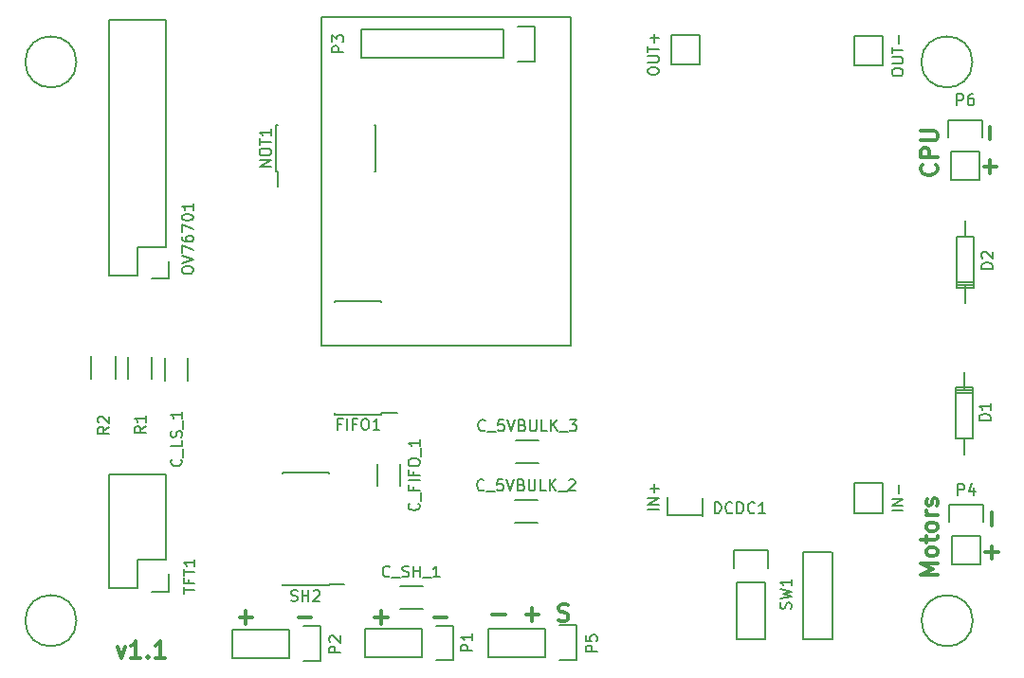
<source format=gto>
G04 #@! TF.FileFunction,Legend,Top*
%FSLAX46Y46*%
G04 Gerber Fmt 4.6, Leading zero omitted, Abs format (unit mm)*
G04 Created by KiCad (PCBNEW 4.0.4-stable) date 11/06/16 00:01:30*
%MOMM*%
%LPD*%
G01*
G04 APERTURE LIST*
%ADD10C,0.100000*%
%ADD11C,0.300000*%
%ADD12C,0.150000*%
G04 APERTURE END LIST*
D10*
D11*
X78019544Y-105367971D02*
X78376687Y-106367971D01*
X78733829Y-105367971D01*
X80090972Y-106367971D02*
X79233829Y-106367971D01*
X79662401Y-106367971D02*
X79662401Y-104867971D01*
X79519544Y-105082257D01*
X79376686Y-105225114D01*
X79233829Y-105296543D01*
X80733829Y-106225114D02*
X80805257Y-106296543D01*
X80733829Y-106367971D01*
X80662400Y-106296543D01*
X80733829Y-106225114D01*
X80733829Y-106367971D01*
X82233829Y-106367971D02*
X81376686Y-106367971D01*
X81805258Y-106367971D02*
X81805258Y-104867971D01*
X81662401Y-105082257D01*
X81519543Y-105225114D01*
X81376686Y-105296543D01*
X111488958Y-102494543D02*
X112631815Y-102494543D01*
X114488958Y-102494543D02*
X115631815Y-102494543D01*
X115060386Y-103065971D02*
X115060386Y-101923114D01*
X117417529Y-102994543D02*
X117631815Y-103065971D01*
X117988958Y-103065971D01*
X118131815Y-102994543D01*
X118203244Y-102923114D01*
X118274672Y-102780257D01*
X118274672Y-102637400D01*
X118203244Y-102494543D01*
X118131815Y-102423114D01*
X117988958Y-102351686D01*
X117703244Y-102280257D01*
X117560386Y-102208829D01*
X117488958Y-102137400D01*
X117417529Y-101994543D01*
X117417529Y-101851686D01*
X117488958Y-101708829D01*
X117560386Y-101637400D01*
X117703244Y-101565971D01*
X118060386Y-101565971D01*
X118274672Y-101637400D01*
X100976515Y-102761243D02*
X102119372Y-102761243D01*
X101547943Y-103332671D02*
X101547943Y-102189814D01*
X106262229Y-102761243D02*
X107405086Y-102761243D01*
X88898815Y-102735843D02*
X90041672Y-102735843D01*
X89470243Y-103307271D02*
X89470243Y-102164414D01*
X94184529Y-102735843D02*
X95327386Y-102735843D01*
X151081514Y-62260028D02*
X151152943Y-62331457D01*
X151224371Y-62545743D01*
X151224371Y-62688600D01*
X151152943Y-62902885D01*
X151010086Y-63045743D01*
X150867229Y-63117171D01*
X150581514Y-63188600D01*
X150367229Y-63188600D01*
X150081514Y-63117171D01*
X149938657Y-63045743D01*
X149795800Y-62902885D01*
X149724371Y-62688600D01*
X149724371Y-62545743D01*
X149795800Y-62331457D01*
X149867229Y-62260028D01*
X151224371Y-61617171D02*
X149724371Y-61617171D01*
X149724371Y-61045743D01*
X149795800Y-60902885D01*
X149867229Y-60831457D01*
X150010086Y-60760028D01*
X150224371Y-60760028D01*
X150367229Y-60831457D01*
X150438657Y-60902885D01*
X150510086Y-61045743D01*
X150510086Y-61617171D01*
X149724371Y-60117171D02*
X150938657Y-60117171D01*
X151081514Y-60045743D01*
X151152943Y-59974314D01*
X151224371Y-59831457D01*
X151224371Y-59545743D01*
X151152943Y-59402885D01*
X151081514Y-59331457D01*
X150938657Y-59260028D01*
X149724371Y-59260028D01*
X151224371Y-98911943D02*
X149724371Y-98911943D01*
X150795800Y-98411943D01*
X149724371Y-97911943D01*
X151224371Y-97911943D01*
X151224371Y-96983371D02*
X151152943Y-97126229D01*
X151081514Y-97197657D01*
X150938657Y-97269086D01*
X150510086Y-97269086D01*
X150367229Y-97197657D01*
X150295800Y-97126229D01*
X150224371Y-96983371D01*
X150224371Y-96769086D01*
X150295800Y-96626229D01*
X150367229Y-96554800D01*
X150510086Y-96483371D01*
X150938657Y-96483371D01*
X151081514Y-96554800D01*
X151152943Y-96626229D01*
X151224371Y-96769086D01*
X151224371Y-96983371D01*
X150224371Y-96054800D02*
X150224371Y-95483371D01*
X149724371Y-95840514D02*
X151010086Y-95840514D01*
X151152943Y-95769086D01*
X151224371Y-95626228D01*
X151224371Y-95483371D01*
X151224371Y-94769085D02*
X151152943Y-94911943D01*
X151081514Y-94983371D01*
X150938657Y-95054800D01*
X150510086Y-95054800D01*
X150367229Y-94983371D01*
X150295800Y-94911943D01*
X150224371Y-94769085D01*
X150224371Y-94554800D01*
X150295800Y-94411943D01*
X150367229Y-94340514D01*
X150510086Y-94269085D01*
X150938657Y-94269085D01*
X151081514Y-94340514D01*
X151152943Y-94411943D01*
X151224371Y-94554800D01*
X151224371Y-94769085D01*
X151224371Y-93626228D02*
X150224371Y-93626228D01*
X150510086Y-93626228D02*
X150367229Y-93554800D01*
X150295800Y-93483371D01*
X150224371Y-93340514D01*
X150224371Y-93197657D01*
X151152943Y-92769086D02*
X151224371Y-92626229D01*
X151224371Y-92340514D01*
X151152943Y-92197657D01*
X151010086Y-92126229D01*
X150938657Y-92126229D01*
X150795800Y-92197657D01*
X150724371Y-92340514D01*
X150724371Y-92554800D01*
X150652943Y-92697657D01*
X150510086Y-92769086D01*
X150438657Y-92769086D01*
X150295800Y-92697657D01*
X150224371Y-92554800D01*
X150224371Y-92340514D01*
X150295800Y-92197657D01*
X156088543Y-97511928D02*
X156088543Y-96369071D01*
X156659971Y-96940500D02*
X155517114Y-96940500D01*
X156088543Y-94511928D02*
X156088543Y-93369071D01*
X155936143Y-63031428D02*
X155936143Y-61888571D01*
X156507571Y-62460000D02*
X155364714Y-62460000D01*
X155936143Y-60031428D02*
X155936143Y-58888571D01*
D12*
X154381200Y-103047800D02*
G75*
G03X154381200Y-103047800I-2286000J0D01*
G01*
X154355800Y-53086000D02*
G75*
G03X154355800Y-53086000I-2286000J0D01*
G01*
X74345800Y-53086000D02*
G75*
G03X74345800Y-53086000I-2286000J0D01*
G01*
X74345800Y-103047800D02*
G75*
G03X74345800Y-103047800I-2286000J0D01*
G01*
X103260000Y-91017600D02*
X103260000Y-89017600D01*
X101210000Y-89017600D02*
X101210000Y-91017600D01*
X84260800Y-81568800D02*
X84260800Y-79568800D01*
X82210800Y-79568800D02*
X82210800Y-81568800D01*
X105241600Y-99965400D02*
X103241600Y-99965400D01*
X103241600Y-102015400D02*
X105241600Y-102015400D01*
X153621740Y-86766920D02*
X153621740Y-88163920D01*
X153621740Y-82321920D02*
X153621740Y-80797920D01*
X154383740Y-82702920D02*
X152859740Y-82702920D01*
X154383740Y-82448920D02*
X152859740Y-82448920D01*
X153621740Y-82194920D02*
X152859740Y-82194920D01*
X152859740Y-82194920D02*
X152859740Y-86766920D01*
X152859740Y-86766920D02*
X154383740Y-86766920D01*
X154383740Y-86766920D02*
X154383740Y-82194920D01*
X154383740Y-82194920D02*
X153621740Y-82194920D01*
X153743660Y-68706480D02*
X153743660Y-67309480D01*
X153743660Y-73151480D02*
X153743660Y-74675480D01*
X152981660Y-72770480D02*
X154505660Y-72770480D01*
X152981660Y-73024480D02*
X154505660Y-73024480D01*
X153743660Y-73278480D02*
X154505660Y-73278480D01*
X154505660Y-73278480D02*
X154505660Y-68706480D01*
X154505660Y-68706480D02*
X152981660Y-68706480D01*
X152981660Y-68706480D02*
X152981660Y-73278480D01*
X152981660Y-73278480D02*
X153743660Y-73278480D01*
X143836000Y-50747200D02*
X143836000Y-53427200D01*
X143836000Y-53427200D02*
X146376000Y-53427200D01*
X146376000Y-53427200D02*
X146376000Y-50747200D01*
X146376000Y-50747200D02*
X143836000Y-50747200D01*
X129976000Y-50647200D02*
X127436000Y-50647200D01*
X129976000Y-53327200D02*
X129976000Y-50647200D01*
X127436000Y-53327200D02*
X129976000Y-53327200D01*
X127436000Y-50647200D02*
X127436000Y-53327200D01*
X143836000Y-90747200D02*
X143836000Y-93427200D01*
X143836000Y-93427200D02*
X146376000Y-93427200D01*
X146376000Y-93427200D02*
X146376000Y-90747200D01*
X146376000Y-90747200D02*
X143836000Y-90747200D01*
X130256000Y-92127200D02*
X130256000Y-93677200D01*
X127156000Y-93577200D02*
X127156000Y-92027200D01*
X127156000Y-93627200D02*
X130256000Y-93627200D01*
X101592200Y-84602400D02*
X101592200Y-84497400D01*
X97442200Y-84602400D02*
X97442200Y-84497400D01*
X97442200Y-74452400D02*
X97442200Y-74557400D01*
X101592200Y-74452400D02*
X101592200Y-74557400D01*
X101592200Y-84602400D02*
X97442200Y-84602400D01*
X101592200Y-74452400D02*
X97442200Y-74452400D01*
X101592200Y-84497400D02*
X102967200Y-84497400D01*
X77266800Y-49301400D02*
X77266800Y-72161400D01*
X82346800Y-69621400D02*
X82346800Y-49301400D01*
X77266800Y-49301400D02*
X82346800Y-49301400D01*
X77266800Y-72161400D02*
X79806800Y-72161400D01*
X81076800Y-72441400D02*
X82626800Y-72441400D01*
X79806800Y-72161400D02*
X79806800Y-69621400D01*
X79806800Y-69621400D02*
X82346800Y-69621400D01*
X82626800Y-72441400D02*
X82626800Y-70891400D01*
X105181400Y-103759000D02*
X100101400Y-103759000D01*
X100101400Y-103759000D02*
X100101400Y-106299000D01*
X100101400Y-106299000D02*
X105181400Y-106299000D01*
X108001400Y-106579000D02*
X106451400Y-106579000D01*
X105181400Y-106299000D02*
X105181400Y-103759000D01*
X106451400Y-103479000D02*
X108001400Y-103479000D01*
X108001400Y-103479000D02*
X108001400Y-106579000D01*
X93306900Y-103835200D02*
X88226900Y-103835200D01*
X88226900Y-103835200D02*
X88226900Y-106375200D01*
X88226900Y-106375200D02*
X93306900Y-106375200D01*
X96126900Y-106655200D02*
X94576900Y-106655200D01*
X93306900Y-106375200D02*
X93306900Y-103835200D01*
X94576900Y-103555200D02*
X96126900Y-103555200D01*
X96126900Y-103555200D02*
X96126900Y-106655200D01*
X118515800Y-49185800D02*
X118515800Y-78485800D01*
X118515800Y-78485800D02*
X96215800Y-78485800D01*
X96215800Y-78485800D02*
X96215800Y-49085800D01*
X96215800Y-49085800D02*
X118515800Y-49085800D01*
X112445800Y-52755800D02*
X99745800Y-52755800D01*
X99745800Y-52755800D02*
X99745800Y-50215800D01*
X99745800Y-50215800D02*
X112445800Y-50215800D01*
X115265800Y-53035800D02*
X113715800Y-53035800D01*
X112445800Y-52755800D02*
X112445800Y-50215800D01*
X113715800Y-49935800D02*
X115265800Y-49935800D01*
X115265800Y-49935800D02*
X115265800Y-53035800D01*
X155067000Y-95504000D02*
X155067000Y-98044000D01*
X155347000Y-92684000D02*
X155347000Y-94234000D01*
X155067000Y-95504000D02*
X152527000Y-95504000D01*
X152247000Y-94234000D02*
X152247000Y-92684000D01*
X152247000Y-92684000D02*
X155347000Y-92684000D01*
X152527000Y-95504000D02*
X152527000Y-98044000D01*
X152527000Y-98044000D02*
X155067000Y-98044000D01*
X116179600Y-103733600D02*
X111099600Y-103733600D01*
X111099600Y-103733600D02*
X111099600Y-106273600D01*
X111099600Y-106273600D02*
X116179600Y-106273600D01*
X118999600Y-106553600D02*
X117449600Y-106553600D01*
X116179600Y-106273600D02*
X116179600Y-103733600D01*
X117449600Y-103453600D02*
X118999600Y-103453600D01*
X118999600Y-103453600D02*
X118999600Y-106553600D01*
X154990800Y-61112400D02*
X154990800Y-63652400D01*
X155270800Y-58292400D02*
X155270800Y-59842400D01*
X154990800Y-61112400D02*
X152450800Y-61112400D01*
X152170800Y-59842400D02*
X152170800Y-58292400D01*
X152170800Y-58292400D02*
X155270800Y-58292400D01*
X152450800Y-61112400D02*
X152450800Y-63652400D01*
X152450800Y-63652400D02*
X154990800Y-63652400D01*
X81085000Y-79441800D02*
X81085000Y-81441800D01*
X78935000Y-81441800D02*
X78935000Y-79441800D01*
X77833800Y-79416400D02*
X77833800Y-81416400D01*
X75683800Y-81416400D02*
X75683800Y-79416400D01*
X96867800Y-99918600D02*
X96867800Y-99813600D01*
X92717800Y-99918600D02*
X92717800Y-99813600D01*
X92717800Y-89768600D02*
X92717800Y-89873600D01*
X96867800Y-89768600D02*
X96867800Y-89873600D01*
X96867800Y-99918600D02*
X92717800Y-99918600D01*
X96867800Y-89768600D02*
X92717800Y-89768600D01*
X96867800Y-99813600D02*
X98242800Y-99813600D01*
X141821800Y-96895000D02*
X141821800Y-104675000D01*
X133041800Y-96775000D02*
X136141800Y-96775000D01*
X133041800Y-98325000D02*
X133041800Y-96775000D01*
X135861800Y-99595000D02*
X133321800Y-99595000D01*
X136141800Y-96775000D02*
X136141800Y-98325000D01*
X135861800Y-104675000D02*
X135861800Y-99595000D01*
X133321800Y-104675000D02*
X135861800Y-104675000D01*
X133321800Y-99595000D02*
X133321800Y-104675000D01*
X139221800Y-96895000D02*
X139221800Y-104675000D01*
X139221800Y-104675000D02*
X141761800Y-104675000D01*
X141761800Y-96895000D02*
X139221800Y-96895000D01*
X82321400Y-97612200D02*
X82321400Y-89992200D01*
X82321400Y-89992200D02*
X77241400Y-89992200D01*
X77241400Y-89992200D02*
X77241400Y-100152200D01*
X77241400Y-100152200D02*
X79781400Y-100152200D01*
X81051400Y-100432200D02*
X82601400Y-100432200D01*
X79781400Y-100152200D02*
X79781400Y-97612200D01*
X79781400Y-97612200D02*
X82321400Y-97612200D01*
X82601400Y-100432200D02*
X82601400Y-98882200D01*
X92171600Y-62882600D02*
X92286600Y-62882600D01*
X92171600Y-58732600D02*
X92286600Y-58732600D01*
X101071600Y-58732600D02*
X100956600Y-58732600D01*
X101071600Y-62882600D02*
X100956600Y-62882600D01*
X92171600Y-62882600D02*
X92171600Y-58732600D01*
X101071600Y-62882600D02*
X101071600Y-58732600D01*
X92286600Y-62882600D02*
X92286600Y-64257600D01*
X115503200Y-92243800D02*
X113503200Y-92243800D01*
X113503200Y-94293800D02*
X115503200Y-94293800D01*
X115604800Y-86909800D02*
X113604800Y-86909800D01*
X113604800Y-88959800D02*
X115604800Y-88959800D01*
X104892143Y-92565219D02*
X104939762Y-92612838D01*
X104987381Y-92755695D01*
X104987381Y-92850933D01*
X104939762Y-92993791D01*
X104844524Y-93089029D01*
X104749286Y-93136648D01*
X104558810Y-93184267D01*
X104415952Y-93184267D01*
X104225476Y-93136648D01*
X104130238Y-93089029D01*
X104035000Y-92993791D01*
X103987381Y-92850933D01*
X103987381Y-92755695D01*
X104035000Y-92612838D01*
X104082619Y-92565219D01*
X105082619Y-92374743D02*
X105082619Y-91612838D01*
X104463571Y-91041409D02*
X104463571Y-91374743D01*
X104987381Y-91374743D02*
X103987381Y-91374743D01*
X103987381Y-90898552D01*
X104987381Y-90517600D02*
X103987381Y-90517600D01*
X104463571Y-89708076D02*
X104463571Y-90041410D01*
X104987381Y-90041410D02*
X103987381Y-90041410D01*
X103987381Y-89565219D01*
X103987381Y-88993791D02*
X103987381Y-88803314D01*
X104035000Y-88708076D01*
X104130238Y-88612838D01*
X104320714Y-88565219D01*
X104654048Y-88565219D01*
X104844524Y-88612838D01*
X104939762Y-88708076D01*
X104987381Y-88803314D01*
X104987381Y-88993791D01*
X104939762Y-89089029D01*
X104844524Y-89184267D01*
X104654048Y-89231886D01*
X104320714Y-89231886D01*
X104130238Y-89184267D01*
X104035000Y-89089029D01*
X103987381Y-88993791D01*
X105082619Y-88374743D02*
X105082619Y-87612838D01*
X104987381Y-86850933D02*
X104987381Y-87422362D01*
X104987381Y-87136648D02*
X103987381Y-87136648D01*
X104130238Y-87231886D01*
X104225476Y-87327124D01*
X104273095Y-87422362D01*
X83669143Y-88614024D02*
X83716762Y-88661643D01*
X83764381Y-88804500D01*
X83764381Y-88899738D01*
X83716762Y-89042596D01*
X83621524Y-89137834D01*
X83526286Y-89185453D01*
X83335810Y-89233072D01*
X83192952Y-89233072D01*
X83002476Y-89185453D01*
X82907238Y-89137834D01*
X82812000Y-89042596D01*
X82764381Y-88899738D01*
X82764381Y-88804500D01*
X82812000Y-88661643D01*
X82859619Y-88614024D01*
X83859619Y-88423548D02*
X83859619Y-87661643D01*
X83764381Y-86947357D02*
X83764381Y-87423548D01*
X82764381Y-87423548D01*
X83716762Y-86661643D02*
X83764381Y-86518786D01*
X83764381Y-86280690D01*
X83716762Y-86185452D01*
X83669143Y-86137833D01*
X83573905Y-86090214D01*
X83478667Y-86090214D01*
X83383429Y-86137833D01*
X83335810Y-86185452D01*
X83288190Y-86280690D01*
X83240571Y-86471167D01*
X83192952Y-86566405D01*
X83145333Y-86614024D01*
X83050095Y-86661643D01*
X82954857Y-86661643D01*
X82859619Y-86614024D01*
X82812000Y-86566405D01*
X82764381Y-86471167D01*
X82764381Y-86233071D01*
X82812000Y-86090214D01*
X83859619Y-85899738D02*
X83859619Y-85137833D01*
X83764381Y-84375928D02*
X83764381Y-84947357D01*
X83764381Y-84661643D02*
X82764381Y-84661643D01*
X82907238Y-84756881D01*
X83002476Y-84852119D01*
X83050095Y-84947357D01*
X102313029Y-99047543D02*
X102265410Y-99095162D01*
X102122553Y-99142781D01*
X102027315Y-99142781D01*
X101884457Y-99095162D01*
X101789219Y-98999924D01*
X101741600Y-98904686D01*
X101693981Y-98714210D01*
X101693981Y-98571352D01*
X101741600Y-98380876D01*
X101789219Y-98285638D01*
X101884457Y-98190400D01*
X102027315Y-98142781D01*
X102122553Y-98142781D01*
X102265410Y-98190400D01*
X102313029Y-98238019D01*
X102503505Y-99238019D02*
X103265410Y-99238019D01*
X103455886Y-99095162D02*
X103598743Y-99142781D01*
X103836839Y-99142781D01*
X103932077Y-99095162D01*
X103979696Y-99047543D01*
X104027315Y-98952305D01*
X104027315Y-98857067D01*
X103979696Y-98761829D01*
X103932077Y-98714210D01*
X103836839Y-98666590D01*
X103646362Y-98618971D01*
X103551124Y-98571352D01*
X103503505Y-98523733D01*
X103455886Y-98428495D01*
X103455886Y-98333257D01*
X103503505Y-98238019D01*
X103551124Y-98190400D01*
X103646362Y-98142781D01*
X103884458Y-98142781D01*
X104027315Y-98190400D01*
X104455886Y-99142781D02*
X104455886Y-98142781D01*
X104455886Y-98618971D02*
X105027315Y-98618971D01*
X105027315Y-99142781D02*
X105027315Y-98142781D01*
X105265410Y-99238019D02*
X106027315Y-99238019D01*
X106789220Y-99142781D02*
X106217791Y-99142781D01*
X106503505Y-99142781D02*
X106503505Y-98142781D01*
X106408267Y-98285638D01*
X106313029Y-98380876D01*
X106217791Y-98428495D01*
X155963881Y-85129595D02*
X154963881Y-85129595D01*
X154963881Y-84891500D01*
X155011500Y-84748642D01*
X155106738Y-84653404D01*
X155201976Y-84605785D01*
X155392452Y-84558166D01*
X155535310Y-84558166D01*
X155725786Y-84605785D01*
X155821024Y-84653404D01*
X155916262Y-84748642D01*
X155963881Y-84891500D01*
X155963881Y-85129595D01*
X155963881Y-83605785D02*
X155963881Y-84177214D01*
X155963881Y-83891500D02*
X154963881Y-83891500D01*
X155106738Y-83986738D01*
X155201976Y-84081976D01*
X155249595Y-84177214D01*
X156167081Y-71591395D02*
X155167081Y-71591395D01*
X155167081Y-71353300D01*
X155214700Y-71210442D01*
X155309938Y-71115204D01*
X155405176Y-71067585D01*
X155595652Y-71019966D01*
X155738510Y-71019966D01*
X155928986Y-71067585D01*
X156024224Y-71115204D01*
X156119462Y-71210442D01*
X156167081Y-71353300D01*
X156167081Y-71591395D01*
X155262319Y-70639014D02*
X155214700Y-70591395D01*
X155167081Y-70496157D01*
X155167081Y-70258061D01*
X155214700Y-70162823D01*
X155262319Y-70115204D01*
X155357557Y-70067585D01*
X155452795Y-70067585D01*
X155595652Y-70115204D01*
X156167081Y-70686633D01*
X156167081Y-70067585D01*
X131340505Y-93454481D02*
X131340505Y-92454481D01*
X131578600Y-92454481D01*
X131721458Y-92502100D01*
X131816696Y-92597338D01*
X131864315Y-92692576D01*
X131911934Y-92883052D01*
X131911934Y-93025910D01*
X131864315Y-93216386D01*
X131816696Y-93311624D01*
X131721458Y-93406862D01*
X131578600Y-93454481D01*
X131340505Y-93454481D01*
X132911934Y-93359243D02*
X132864315Y-93406862D01*
X132721458Y-93454481D01*
X132626220Y-93454481D01*
X132483362Y-93406862D01*
X132388124Y-93311624D01*
X132340505Y-93216386D01*
X132292886Y-93025910D01*
X132292886Y-92883052D01*
X132340505Y-92692576D01*
X132388124Y-92597338D01*
X132483362Y-92502100D01*
X132626220Y-92454481D01*
X132721458Y-92454481D01*
X132864315Y-92502100D01*
X132911934Y-92549719D01*
X133340505Y-93454481D02*
X133340505Y-92454481D01*
X133578600Y-92454481D01*
X133721458Y-92502100D01*
X133816696Y-92597338D01*
X133864315Y-92692576D01*
X133911934Y-92883052D01*
X133911934Y-93025910D01*
X133864315Y-93216386D01*
X133816696Y-93311624D01*
X133721458Y-93406862D01*
X133578600Y-93454481D01*
X133340505Y-93454481D01*
X134911934Y-93359243D02*
X134864315Y-93406862D01*
X134721458Y-93454481D01*
X134626220Y-93454481D01*
X134483362Y-93406862D01*
X134388124Y-93311624D01*
X134340505Y-93216386D01*
X134292886Y-93025910D01*
X134292886Y-92883052D01*
X134340505Y-92692576D01*
X134388124Y-92597338D01*
X134483362Y-92502100D01*
X134626220Y-92454481D01*
X134721458Y-92454481D01*
X134864315Y-92502100D01*
X134911934Y-92549719D01*
X135864315Y-93454481D02*
X135292886Y-93454481D01*
X135578600Y-93454481D02*
X135578600Y-92454481D01*
X135483362Y-92597338D01*
X135388124Y-92692576D01*
X135292886Y-92740195D01*
X147158381Y-54096248D02*
X147158381Y-53905771D01*
X147206000Y-53810533D01*
X147301238Y-53715295D01*
X147491714Y-53667676D01*
X147825048Y-53667676D01*
X148015524Y-53715295D01*
X148110762Y-53810533D01*
X148158381Y-53905771D01*
X148158381Y-54096248D01*
X148110762Y-54191486D01*
X148015524Y-54286724D01*
X147825048Y-54334343D01*
X147491714Y-54334343D01*
X147301238Y-54286724D01*
X147206000Y-54191486D01*
X147158381Y-54096248D01*
X147158381Y-53239105D02*
X147967905Y-53239105D01*
X148063143Y-53191486D01*
X148110762Y-53143867D01*
X148158381Y-53048629D01*
X148158381Y-52858152D01*
X148110762Y-52762914D01*
X148063143Y-52715295D01*
X147967905Y-52667676D01*
X147158381Y-52667676D01*
X147158381Y-52334343D02*
X147158381Y-51762914D01*
X148158381Y-52048629D02*
X147158381Y-52048629D01*
X147777429Y-51429581D02*
X147777429Y-50667676D01*
X125358381Y-53996248D02*
X125358381Y-53805771D01*
X125406000Y-53710533D01*
X125501238Y-53615295D01*
X125691714Y-53567676D01*
X126025048Y-53567676D01*
X126215524Y-53615295D01*
X126310762Y-53710533D01*
X126358381Y-53805771D01*
X126358381Y-53996248D01*
X126310762Y-54091486D01*
X126215524Y-54186724D01*
X126025048Y-54234343D01*
X125691714Y-54234343D01*
X125501238Y-54186724D01*
X125406000Y-54091486D01*
X125358381Y-53996248D01*
X125358381Y-53139105D02*
X126167905Y-53139105D01*
X126263143Y-53091486D01*
X126310762Y-53043867D01*
X126358381Y-52948629D01*
X126358381Y-52758152D01*
X126310762Y-52662914D01*
X126263143Y-52615295D01*
X126167905Y-52567676D01*
X125358381Y-52567676D01*
X125358381Y-52234343D02*
X125358381Y-51662914D01*
X126358381Y-51948629D02*
X125358381Y-51948629D01*
X125977429Y-51329581D02*
X125977429Y-50567676D01*
X126358381Y-50948628D02*
X125596476Y-50948628D01*
X148158381Y-93220057D02*
X147158381Y-93220057D01*
X148158381Y-92743867D02*
X147158381Y-92743867D01*
X148158381Y-92172438D01*
X147158381Y-92172438D01*
X147777429Y-91696248D02*
X147777429Y-90934343D01*
X126358381Y-93120057D02*
X125358381Y-93120057D01*
X126358381Y-92643867D02*
X125358381Y-92643867D01*
X126358381Y-92072438D01*
X125358381Y-92072438D01*
X125977429Y-91596248D02*
X125977429Y-90834343D01*
X126358381Y-91215295D02*
X125596476Y-91215295D01*
X97993391Y-85455971D02*
X97660057Y-85455971D01*
X97660057Y-85979781D02*
X97660057Y-84979781D01*
X98136248Y-84979781D01*
X98517200Y-85979781D02*
X98517200Y-84979781D01*
X99326724Y-85455971D02*
X98993390Y-85455971D01*
X98993390Y-85979781D02*
X98993390Y-84979781D01*
X99469581Y-84979781D01*
X100041009Y-84979781D02*
X100231486Y-84979781D01*
X100326724Y-85027400D01*
X100421962Y-85122638D01*
X100469581Y-85313114D01*
X100469581Y-85646448D01*
X100421962Y-85836924D01*
X100326724Y-85932162D01*
X100231486Y-85979781D01*
X100041009Y-85979781D01*
X99945771Y-85932162D01*
X99850533Y-85836924D01*
X99802914Y-85646448D01*
X99802914Y-85313114D01*
X99850533Y-85122638D01*
X99945771Y-85027400D01*
X100041009Y-84979781D01*
X101421962Y-85979781D02*
X100850533Y-85979781D01*
X101136247Y-85979781D02*
X101136247Y-84979781D01*
X101041009Y-85122638D01*
X100945771Y-85217876D01*
X100850533Y-85265495D01*
X83767681Y-71789562D02*
X83767681Y-71599085D01*
X83815300Y-71503847D01*
X83910538Y-71408609D01*
X84101014Y-71360990D01*
X84434348Y-71360990D01*
X84624824Y-71408609D01*
X84720062Y-71503847D01*
X84767681Y-71599085D01*
X84767681Y-71789562D01*
X84720062Y-71884800D01*
X84624824Y-71980038D01*
X84434348Y-72027657D01*
X84101014Y-72027657D01*
X83910538Y-71980038D01*
X83815300Y-71884800D01*
X83767681Y-71789562D01*
X83767681Y-71075276D02*
X84767681Y-70741943D01*
X83767681Y-70408609D01*
X83767681Y-70170514D02*
X83767681Y-69503847D01*
X84767681Y-69932419D01*
X83767681Y-68694323D02*
X83767681Y-68884800D01*
X83815300Y-68980038D01*
X83862919Y-69027657D01*
X84005776Y-69122895D01*
X84196252Y-69170514D01*
X84577205Y-69170514D01*
X84672443Y-69122895D01*
X84720062Y-69075276D01*
X84767681Y-68980038D01*
X84767681Y-68789561D01*
X84720062Y-68694323D01*
X84672443Y-68646704D01*
X84577205Y-68599085D01*
X84339110Y-68599085D01*
X84243871Y-68646704D01*
X84196252Y-68694323D01*
X84148633Y-68789561D01*
X84148633Y-68980038D01*
X84196252Y-69075276D01*
X84243871Y-69122895D01*
X84339110Y-69170514D01*
X83767681Y-68265752D02*
X83767681Y-67599085D01*
X84767681Y-68027657D01*
X83767681Y-67027657D02*
X83767681Y-66932418D01*
X83815300Y-66837180D01*
X83862919Y-66789561D01*
X83958157Y-66741942D01*
X84148633Y-66694323D01*
X84386729Y-66694323D01*
X84577205Y-66741942D01*
X84672443Y-66789561D01*
X84720062Y-66837180D01*
X84767681Y-66932418D01*
X84767681Y-67027657D01*
X84720062Y-67122895D01*
X84672443Y-67170514D01*
X84577205Y-67218133D01*
X84386729Y-67265752D01*
X84148633Y-67265752D01*
X83958157Y-67218133D01*
X83862919Y-67170514D01*
X83815300Y-67122895D01*
X83767681Y-67027657D01*
X84767681Y-65741942D02*
X84767681Y-66313371D01*
X84767681Y-66027657D02*
X83767681Y-66027657D01*
X83910538Y-66122895D01*
X84005776Y-66218133D01*
X84053395Y-66313371D01*
X109697781Y-105754395D02*
X108697781Y-105754395D01*
X108697781Y-105373442D01*
X108745400Y-105278204D01*
X108793019Y-105230585D01*
X108888257Y-105182966D01*
X109031114Y-105182966D01*
X109126352Y-105230585D01*
X109173971Y-105278204D01*
X109221590Y-105373442D01*
X109221590Y-105754395D01*
X109697781Y-104230585D02*
X109697781Y-104802014D01*
X109697781Y-104516300D02*
X108697781Y-104516300D01*
X108840638Y-104611538D01*
X108935876Y-104706776D01*
X108983495Y-104802014D01*
X97912181Y-105919495D02*
X96912181Y-105919495D01*
X96912181Y-105538542D01*
X96959800Y-105443304D01*
X97007419Y-105395685D01*
X97102657Y-105348066D01*
X97245514Y-105348066D01*
X97340752Y-105395685D01*
X97388371Y-105443304D01*
X97435990Y-105538542D01*
X97435990Y-105919495D01*
X97007419Y-104967114D02*
X96959800Y-104919495D01*
X96912181Y-104824257D01*
X96912181Y-104586161D01*
X96959800Y-104490923D01*
X97007419Y-104443304D01*
X97102657Y-104395685D01*
X97197895Y-104395685D01*
X97340752Y-104443304D01*
X97912181Y-105014733D01*
X97912181Y-104395685D01*
X98191581Y-52211195D02*
X97191581Y-52211195D01*
X97191581Y-51830242D01*
X97239200Y-51735004D01*
X97286819Y-51687385D01*
X97382057Y-51639766D01*
X97524914Y-51639766D01*
X97620152Y-51687385D01*
X97667771Y-51735004D01*
X97715390Y-51830242D01*
X97715390Y-52211195D01*
X97191581Y-51306433D02*
X97191581Y-50687385D01*
X97572533Y-51020719D01*
X97572533Y-50877861D01*
X97620152Y-50782623D01*
X97667771Y-50735004D01*
X97763010Y-50687385D01*
X98001105Y-50687385D01*
X98096343Y-50735004D01*
X98143962Y-50782623D01*
X98191581Y-50877861D01*
X98191581Y-51163576D01*
X98143962Y-51258814D01*
X98096343Y-51306433D01*
X153071605Y-91816181D02*
X153071605Y-90816181D01*
X153452558Y-90816181D01*
X153547796Y-90863800D01*
X153595415Y-90911419D01*
X153643034Y-91006657D01*
X153643034Y-91149514D01*
X153595415Y-91244752D01*
X153547796Y-91292371D01*
X153452558Y-91339990D01*
X153071605Y-91339990D01*
X154500177Y-91149514D02*
X154500177Y-91816181D01*
X154262081Y-90768562D02*
X154023986Y-91482848D01*
X154643034Y-91482848D01*
X120835681Y-105843295D02*
X119835681Y-105843295D01*
X119835681Y-105462342D01*
X119883300Y-105367104D01*
X119930919Y-105319485D01*
X120026157Y-105271866D01*
X120169014Y-105271866D01*
X120264252Y-105319485D01*
X120311871Y-105367104D01*
X120359490Y-105462342D01*
X120359490Y-105843295D01*
X119835681Y-104367104D02*
X119835681Y-104843295D01*
X120311871Y-104890914D01*
X120264252Y-104843295D01*
X120216633Y-104748057D01*
X120216633Y-104509961D01*
X120264252Y-104414723D01*
X120311871Y-104367104D01*
X120407110Y-104319485D01*
X120645205Y-104319485D01*
X120740443Y-104367104D01*
X120788062Y-104414723D01*
X120835681Y-104509961D01*
X120835681Y-104748057D01*
X120788062Y-104843295D01*
X120740443Y-104890914D01*
X152982705Y-56967381D02*
X152982705Y-55967381D01*
X153363658Y-55967381D01*
X153458896Y-56015000D01*
X153506515Y-56062619D01*
X153554134Y-56157857D01*
X153554134Y-56300714D01*
X153506515Y-56395952D01*
X153458896Y-56443571D01*
X153363658Y-56491190D01*
X152982705Y-56491190D01*
X154411277Y-55967381D02*
X154220800Y-55967381D01*
X154125562Y-56015000D01*
X154077943Y-56062619D01*
X153982705Y-56205476D01*
X153935086Y-56395952D01*
X153935086Y-56776905D01*
X153982705Y-56872143D01*
X154030324Y-56919762D01*
X154125562Y-56967381D01*
X154316039Y-56967381D01*
X154411277Y-56919762D01*
X154458896Y-56872143D01*
X154506515Y-56776905D01*
X154506515Y-56538810D01*
X154458896Y-56443571D01*
X154411277Y-56395952D01*
X154316039Y-56348333D01*
X154125562Y-56348333D01*
X154030324Y-56395952D01*
X153982705Y-56443571D01*
X153935086Y-56538810D01*
X80538581Y-85663066D02*
X80062390Y-85996400D01*
X80538581Y-86234495D02*
X79538581Y-86234495D01*
X79538581Y-85853542D01*
X79586200Y-85758304D01*
X79633819Y-85710685D01*
X79729057Y-85663066D01*
X79871914Y-85663066D01*
X79967152Y-85710685D01*
X80014771Y-85758304D01*
X80062390Y-85853542D01*
X80062390Y-86234495D01*
X80538581Y-84710685D02*
X80538581Y-85282114D01*
X80538581Y-84996400D02*
X79538581Y-84996400D01*
X79681438Y-85091638D01*
X79776676Y-85186876D01*
X79824295Y-85282114D01*
X77261981Y-85726566D02*
X76785790Y-86059900D01*
X77261981Y-86297995D02*
X76261981Y-86297995D01*
X76261981Y-85917042D01*
X76309600Y-85821804D01*
X76357219Y-85774185D01*
X76452457Y-85726566D01*
X76595314Y-85726566D01*
X76690552Y-85774185D01*
X76738171Y-85821804D01*
X76785790Y-85917042D01*
X76785790Y-86297995D01*
X76357219Y-85345614D02*
X76309600Y-85297995D01*
X76261981Y-85202757D01*
X76261981Y-84964661D01*
X76309600Y-84869423D01*
X76357219Y-84821804D01*
X76452457Y-84774185D01*
X76547695Y-84774185D01*
X76690552Y-84821804D01*
X77261981Y-85393233D01*
X77261981Y-84774185D01*
X93507086Y-101248362D02*
X93649943Y-101295981D01*
X93888039Y-101295981D01*
X93983277Y-101248362D01*
X94030896Y-101200743D01*
X94078515Y-101105505D01*
X94078515Y-101010267D01*
X94030896Y-100915029D01*
X93983277Y-100867410D01*
X93888039Y-100819790D01*
X93697562Y-100772171D01*
X93602324Y-100724552D01*
X93554705Y-100676933D01*
X93507086Y-100581695D01*
X93507086Y-100486457D01*
X93554705Y-100391219D01*
X93602324Y-100343600D01*
X93697562Y-100295981D01*
X93935658Y-100295981D01*
X94078515Y-100343600D01*
X94507086Y-101295981D02*
X94507086Y-100295981D01*
X94507086Y-100772171D02*
X95078515Y-100772171D01*
X95078515Y-101295981D02*
X95078515Y-100295981D01*
X95507086Y-100391219D02*
X95554705Y-100343600D01*
X95649943Y-100295981D01*
X95888039Y-100295981D01*
X95983277Y-100343600D01*
X96030896Y-100391219D01*
X96078515Y-100486457D01*
X96078515Y-100581695D01*
X96030896Y-100724552D01*
X95459467Y-101295981D01*
X96078515Y-101295981D01*
X138136262Y-101993533D02*
X138183881Y-101850676D01*
X138183881Y-101612580D01*
X138136262Y-101517342D01*
X138088643Y-101469723D01*
X137993405Y-101422104D01*
X137898167Y-101422104D01*
X137802929Y-101469723D01*
X137755310Y-101517342D01*
X137707690Y-101612580D01*
X137660071Y-101803057D01*
X137612452Y-101898295D01*
X137564833Y-101945914D01*
X137469595Y-101993533D01*
X137374357Y-101993533D01*
X137279119Y-101945914D01*
X137231500Y-101898295D01*
X137183881Y-101803057D01*
X137183881Y-101564961D01*
X137231500Y-101422104D01*
X137183881Y-101088771D02*
X138183881Y-100850676D01*
X137469595Y-100660199D01*
X138183881Y-100469723D01*
X137183881Y-100231628D01*
X138183881Y-99326866D02*
X138183881Y-99898295D01*
X138183881Y-99612581D02*
X137183881Y-99612581D01*
X137326738Y-99707819D01*
X137421976Y-99803057D01*
X137469595Y-99898295D01*
X83907381Y-100618729D02*
X83907381Y-100047300D01*
X84907381Y-100333015D02*
X83907381Y-100333015D01*
X84383571Y-99380633D02*
X84383571Y-99713967D01*
X84907381Y-99713967D02*
X83907381Y-99713967D01*
X83907381Y-99237776D01*
X83907381Y-98999681D02*
X83907381Y-98428252D01*
X84907381Y-98713967D02*
X83907381Y-98713967D01*
X84907381Y-97571109D02*
X84907381Y-98142538D01*
X84907381Y-97856824D02*
X83907381Y-97856824D01*
X84050238Y-97952062D01*
X84145476Y-98047300D01*
X84193095Y-98142538D01*
X91698981Y-62474267D02*
X90698981Y-62474267D01*
X91698981Y-61902838D01*
X90698981Y-61902838D01*
X90698981Y-61236172D02*
X90698981Y-61045695D01*
X90746600Y-60950457D01*
X90841838Y-60855219D01*
X91032314Y-60807600D01*
X91365648Y-60807600D01*
X91556124Y-60855219D01*
X91651362Y-60950457D01*
X91698981Y-61045695D01*
X91698981Y-61236172D01*
X91651362Y-61331410D01*
X91556124Y-61426648D01*
X91365648Y-61474267D01*
X91032314Y-61474267D01*
X90841838Y-61426648D01*
X90746600Y-61331410D01*
X90698981Y-61236172D01*
X90698981Y-60521886D02*
X90698981Y-59950457D01*
X91698981Y-60236172D02*
X90698981Y-60236172D01*
X91698981Y-59093314D02*
X91698981Y-59664743D01*
X91698981Y-59379029D02*
X90698981Y-59379029D01*
X90841838Y-59474267D01*
X90937076Y-59569505D01*
X90984695Y-59664743D01*
X110741295Y-91325943D02*
X110693676Y-91373562D01*
X110550819Y-91421181D01*
X110455581Y-91421181D01*
X110312723Y-91373562D01*
X110217485Y-91278324D01*
X110169866Y-91183086D01*
X110122247Y-90992610D01*
X110122247Y-90849752D01*
X110169866Y-90659276D01*
X110217485Y-90564038D01*
X110312723Y-90468800D01*
X110455581Y-90421181D01*
X110550819Y-90421181D01*
X110693676Y-90468800D01*
X110741295Y-90516419D01*
X110931771Y-91516419D02*
X111693676Y-91516419D01*
X112407962Y-90421181D02*
X111931771Y-90421181D01*
X111884152Y-90897371D01*
X111931771Y-90849752D01*
X112027009Y-90802133D01*
X112265105Y-90802133D01*
X112360343Y-90849752D01*
X112407962Y-90897371D01*
X112455581Y-90992610D01*
X112455581Y-91230705D01*
X112407962Y-91325943D01*
X112360343Y-91373562D01*
X112265105Y-91421181D01*
X112027009Y-91421181D01*
X111931771Y-91373562D01*
X111884152Y-91325943D01*
X112741295Y-90421181D02*
X113074628Y-91421181D01*
X113407962Y-90421181D01*
X114074629Y-90897371D02*
X114217486Y-90944990D01*
X114265105Y-90992610D01*
X114312724Y-91087848D01*
X114312724Y-91230705D01*
X114265105Y-91325943D01*
X114217486Y-91373562D01*
X114122248Y-91421181D01*
X113741295Y-91421181D01*
X113741295Y-90421181D01*
X114074629Y-90421181D01*
X114169867Y-90468800D01*
X114217486Y-90516419D01*
X114265105Y-90611657D01*
X114265105Y-90706895D01*
X114217486Y-90802133D01*
X114169867Y-90849752D01*
X114074629Y-90897371D01*
X113741295Y-90897371D01*
X114741295Y-90421181D02*
X114741295Y-91230705D01*
X114788914Y-91325943D01*
X114836533Y-91373562D01*
X114931771Y-91421181D01*
X115122248Y-91421181D01*
X115217486Y-91373562D01*
X115265105Y-91325943D01*
X115312724Y-91230705D01*
X115312724Y-90421181D01*
X116265105Y-91421181D02*
X115788914Y-91421181D01*
X115788914Y-90421181D01*
X116598438Y-91421181D02*
X116598438Y-90421181D01*
X117169867Y-91421181D02*
X116741295Y-90849752D01*
X117169867Y-90421181D02*
X116598438Y-90992610D01*
X117360343Y-91516419D02*
X118122248Y-91516419D01*
X118312724Y-90516419D02*
X118360343Y-90468800D01*
X118455581Y-90421181D01*
X118693677Y-90421181D01*
X118788915Y-90468800D01*
X118836534Y-90516419D01*
X118884153Y-90611657D01*
X118884153Y-90706895D01*
X118836534Y-90849752D01*
X118265105Y-91421181D01*
X118884153Y-91421181D01*
X110842895Y-85991943D02*
X110795276Y-86039562D01*
X110652419Y-86087181D01*
X110557181Y-86087181D01*
X110414323Y-86039562D01*
X110319085Y-85944324D01*
X110271466Y-85849086D01*
X110223847Y-85658610D01*
X110223847Y-85515752D01*
X110271466Y-85325276D01*
X110319085Y-85230038D01*
X110414323Y-85134800D01*
X110557181Y-85087181D01*
X110652419Y-85087181D01*
X110795276Y-85134800D01*
X110842895Y-85182419D01*
X111033371Y-86182419D02*
X111795276Y-86182419D01*
X112509562Y-85087181D02*
X112033371Y-85087181D01*
X111985752Y-85563371D01*
X112033371Y-85515752D01*
X112128609Y-85468133D01*
X112366705Y-85468133D01*
X112461943Y-85515752D01*
X112509562Y-85563371D01*
X112557181Y-85658610D01*
X112557181Y-85896705D01*
X112509562Y-85991943D01*
X112461943Y-86039562D01*
X112366705Y-86087181D01*
X112128609Y-86087181D01*
X112033371Y-86039562D01*
X111985752Y-85991943D01*
X112842895Y-85087181D02*
X113176228Y-86087181D01*
X113509562Y-85087181D01*
X114176229Y-85563371D02*
X114319086Y-85610990D01*
X114366705Y-85658610D01*
X114414324Y-85753848D01*
X114414324Y-85896705D01*
X114366705Y-85991943D01*
X114319086Y-86039562D01*
X114223848Y-86087181D01*
X113842895Y-86087181D01*
X113842895Y-85087181D01*
X114176229Y-85087181D01*
X114271467Y-85134800D01*
X114319086Y-85182419D01*
X114366705Y-85277657D01*
X114366705Y-85372895D01*
X114319086Y-85468133D01*
X114271467Y-85515752D01*
X114176229Y-85563371D01*
X113842895Y-85563371D01*
X114842895Y-85087181D02*
X114842895Y-85896705D01*
X114890514Y-85991943D01*
X114938133Y-86039562D01*
X115033371Y-86087181D01*
X115223848Y-86087181D01*
X115319086Y-86039562D01*
X115366705Y-85991943D01*
X115414324Y-85896705D01*
X115414324Y-85087181D01*
X116366705Y-86087181D02*
X115890514Y-86087181D01*
X115890514Y-85087181D01*
X116700038Y-86087181D02*
X116700038Y-85087181D01*
X117271467Y-86087181D02*
X116842895Y-85515752D01*
X117271467Y-85087181D02*
X116700038Y-85658610D01*
X117461943Y-86182419D02*
X118223848Y-86182419D01*
X118366705Y-85087181D02*
X118985753Y-85087181D01*
X118652419Y-85468133D01*
X118795277Y-85468133D01*
X118890515Y-85515752D01*
X118938134Y-85563371D01*
X118985753Y-85658610D01*
X118985753Y-85896705D01*
X118938134Y-85991943D01*
X118890515Y-86039562D01*
X118795277Y-86087181D01*
X118509562Y-86087181D01*
X118414324Y-86039562D01*
X118366705Y-85991943D01*
M02*

</source>
